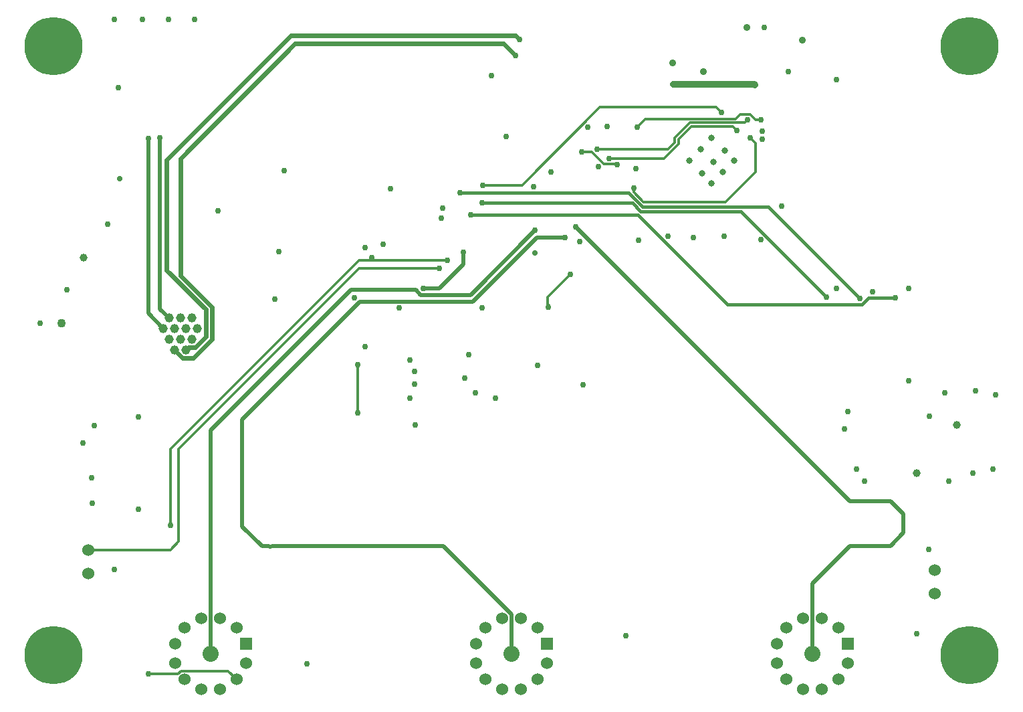
<source format=gbl>
G75*
%MOIN*%
%OFA0B0*%
%FSLAX25Y25*%
%IPPOS*%
%LPD*%
%AMOC8*
5,1,8,0,0,1.08239X$1,22.5*
%
%ADD10C,0.03300*%
%ADD11C,0.06000*%
%ADD12R,0.06000X0.06000*%
%ADD13C,0.08000*%
%ADD14C,0.04559*%
%ADD15C,0.06024*%
%ADD16C,0.02978*%
%ADD17C,0.29000*%
%ADD18C,0.03962*%
%ADD19C,0.02781*%
%ADD20C,0.03569*%
%ADD21C,0.04356*%
%ADD22C,0.01200*%
%ADD23C,0.01600*%
%ADD24C,0.02000*%
%ADD25C,0.03200*%
%ADD26C,0.02400*%
D10*
X0520590Y0369922D03*
X0515640Y0374872D03*
X0521297Y0380529D03*
X0526247Y0375579D03*
X0531904Y0381236D03*
X0526954Y0386186D03*
X0520590Y0392550D03*
X0514933Y0386893D03*
X0509276Y0381236D03*
D11*
X0566018Y0153302D03*
X0575490Y0153302D03*
X0583694Y0148566D03*
X0588430Y0130890D03*
X0583694Y0122686D03*
X0575490Y0117946D03*
X0566018Y0117946D03*
X0557814Y0122686D03*
X0553074Y0130890D03*
X0553078Y0140362D03*
X0557814Y0148566D03*
X0438430Y0130890D03*
X0433694Y0122686D03*
X0425490Y0117946D03*
X0416018Y0117946D03*
X0407814Y0122686D03*
X0403074Y0130890D03*
X0403078Y0140362D03*
X0407814Y0148566D03*
X0416018Y0153302D03*
X0425490Y0153302D03*
X0433694Y0148566D03*
X0288430Y0130890D03*
X0283694Y0122686D03*
X0275490Y0117946D03*
X0266018Y0117946D03*
X0257814Y0122686D03*
X0253074Y0130890D03*
X0253078Y0140362D03*
X0257814Y0148566D03*
X0266018Y0153302D03*
X0275490Y0153302D03*
X0283694Y0148566D03*
D12*
X0288430Y0140362D03*
X0438430Y0140362D03*
X0588430Y0140362D03*
D13*
X0570754Y0135626D03*
X0420754Y0135626D03*
X0270754Y0135626D03*
D14*
X0258588Y0286882D03*
X0252919Y0286882D03*
X0250085Y0292197D03*
X0255754Y0292197D03*
X0261423Y0292197D03*
X0258588Y0297512D03*
X0252919Y0297512D03*
X0247250Y0297512D03*
X0250085Y0302827D03*
X0255754Y0302827D03*
X0261423Y0302827D03*
X0264258Y0297512D03*
D15*
X0209856Y0187264D03*
X0209856Y0175453D03*
X0631840Y0177264D03*
X0631840Y0165453D03*
D16*
X0622848Y0145358D03*
X0628848Y0187358D03*
X0638848Y0221358D03*
X0650848Y0225358D03*
X0660848Y0227358D03*
X0629182Y0253798D03*
X0636848Y0265358D03*
X0651966Y0266413D03*
X0662009Y0264620D03*
X0618848Y0271358D03*
X0588581Y0256177D03*
X0586848Y0247358D03*
X0592848Y0227358D03*
X0596848Y0221358D03*
X0477691Y0144466D03*
X0318785Y0130587D03*
X0239848Y0125358D03*
X0222848Y0177358D03*
X0250848Y0199358D03*
X0234848Y0207358D03*
X0211699Y0210508D03*
X0211305Y0223106D03*
X0206974Y0240429D03*
X0212705Y0249291D03*
X0234848Y0253358D03*
X0185714Y0300272D03*
X0199100Y0316807D03*
X0219573Y0349484D03*
X0274297Y0356177D03*
X0304612Y0335705D03*
X0302644Y0312083D03*
X0342585Y0312692D03*
X0364848Y0307813D03*
X0376848Y0317358D03*
X0384848Y0327358D03*
X0388848Y0331358D03*
X0396848Y0335358D03*
X0385714Y0352634D03*
X0386502Y0357358D03*
X0395163Y0365232D03*
X0406263Y0368884D03*
X0406187Y0360114D03*
X0400281Y0354209D03*
X0432565Y0346335D03*
X0447525Y0342791D03*
X0454612Y0340823D03*
X0452644Y0348303D03*
X0431818Y0368121D03*
X0440383Y0375584D03*
X0455771Y0385576D03*
X0463403Y0386764D03*
X0469463Y0382284D03*
X0473313Y0379012D03*
X0463982Y0378303D03*
X0482763Y0377164D03*
X0481643Y0367623D03*
X0498707Y0343579D03*
X0511305Y0342791D03*
X0526659Y0343579D03*
X0545089Y0341930D03*
X0555448Y0358458D03*
X0545917Y0391867D03*
X0545757Y0395787D03*
X0545237Y0401547D03*
X0538537Y0401547D03*
X0533187Y0396297D03*
X0539757Y0392407D03*
X0525437Y0405147D03*
X0542117Y0418879D03*
X0558848Y0425358D03*
X0582848Y0421358D03*
X0546738Y0447516D03*
X0501462Y0419169D03*
X0483563Y0397984D03*
X0468392Y0398157D03*
X0458876Y0397977D03*
X0417998Y0393185D03*
X0410848Y0423358D03*
X0422848Y0433358D03*
X0424848Y0441358D03*
X0360518Y0367201D03*
X0356848Y0339358D03*
X0351069Y0332949D03*
X0347919Y0337673D03*
X0307368Y0376052D03*
X0245588Y0392337D03*
X0239622Y0392219D03*
X0224848Y0417358D03*
X0222848Y0451358D03*
X0236848Y0451358D03*
X0249848Y0451358D03*
X0262848Y0451358D03*
X0450013Y0324484D03*
X0439003Y0308204D03*
X0405963Y0307964D03*
X0399494Y0284524D03*
X0397525Y0272713D03*
X0402848Y0265358D03*
X0412763Y0262764D03*
X0433903Y0279024D03*
X0456581Y0269563D03*
X0372360Y0269925D03*
X0372414Y0276154D03*
X0369963Y0281804D03*
X0347919Y0288461D03*
X0343982Y0279406D03*
X0370008Y0262947D03*
X0372848Y0249358D03*
X0343982Y0255390D03*
X0484140Y0341610D03*
X0577840Y0313264D03*
X0582848Y0317358D03*
X0594376Y0312476D03*
X0600848Y0315759D03*
X0612092Y0312870D03*
X0618848Y0317358D03*
D17*
X0192407Y0134917D03*
X0649100Y0134917D03*
X0649100Y0438067D03*
X0192407Y0438067D03*
D18*
X0207368Y0332949D03*
X0622848Y0225358D03*
X0642848Y0249358D03*
D19*
X0432565Y0335311D03*
X0225431Y0372319D03*
D20*
X0501069Y0429799D03*
X0516423Y0425469D03*
X0538077Y0447516D03*
X0565636Y0441217D03*
D21*
X0196344Y0300272D03*
D22*
X0250848Y0237358D02*
X0344848Y0331358D01*
X0388848Y0331358D01*
X0384848Y0327358D02*
X0344848Y0327358D01*
X0254848Y0237358D01*
X0254848Y0191358D01*
X0250754Y0187264D01*
X0209856Y0187264D01*
X0250848Y0199358D02*
X0250848Y0237358D01*
X0343982Y0255390D02*
X0343982Y0279406D01*
X0439003Y0308204D02*
X0439003Y0309404D01*
X0438603Y0309804D01*
X0438603Y0313074D01*
X0450013Y0324484D01*
X0486502Y0360508D02*
X0481643Y0365366D01*
X0481643Y0367623D01*
X0486502Y0360508D02*
X0527447Y0360508D01*
X0542407Y0375469D01*
X0542407Y0389757D01*
X0539757Y0392407D01*
X0533187Y0396297D02*
X0531248Y0398236D01*
X0510372Y0398236D01*
X0503987Y0391852D01*
X0503987Y0389580D01*
X0496692Y0382284D01*
X0469463Y0382284D01*
X0466769Y0379595D02*
X0472729Y0379595D01*
X0473313Y0379012D01*
X0466769Y0379595D02*
X0460788Y0385576D01*
X0455771Y0385576D01*
X0463403Y0386764D02*
X0463504Y0386865D01*
X0498727Y0386865D01*
X0502187Y0390325D01*
X0502187Y0392597D01*
X0509626Y0400036D01*
X0537026Y0400036D01*
X0538537Y0401547D01*
X0539651Y0404236D02*
X0534778Y0404236D01*
X0532378Y0401836D01*
X0487415Y0401836D01*
X0483563Y0397984D01*
X0464848Y0407752D02*
X0522833Y0407752D01*
X0525437Y0405147D01*
X0539651Y0404236D02*
X0542340Y0401547D01*
X0545237Y0401547D01*
X0464848Y0407752D02*
X0425981Y0368884D01*
X0406263Y0368884D01*
X0279494Y0126886D02*
X0256074Y0126886D01*
X0254546Y0125358D01*
X0239848Y0125358D01*
X0279494Y0126886D02*
X0283694Y0122686D01*
D23*
X0483750Y0354209D02*
X0528371Y0309587D01*
X0595573Y0309587D01*
X0598855Y0312870D01*
X0612092Y0312870D01*
X0594376Y0312476D02*
X0548738Y0358114D01*
X0486067Y0358114D01*
X0478949Y0365232D01*
X0395163Y0365232D01*
X0406187Y0360114D02*
X0480956Y0360114D01*
X0485156Y0355914D01*
X0535190Y0355914D01*
X0577840Y0313264D01*
X0483750Y0354209D02*
X0400281Y0354209D01*
D24*
X0396848Y0335358D02*
X0396848Y0329358D01*
X0384848Y0317358D01*
X0376848Y0317358D01*
X0375569Y0314269D02*
X0400499Y0314269D01*
X0432565Y0346335D01*
X0433390Y0342791D02*
X0401454Y0310855D01*
X0377762Y0310855D01*
X0377716Y0310902D01*
X0345163Y0310902D01*
X0286502Y0252240D01*
X0286502Y0198824D01*
X0296268Y0189058D01*
X0299907Y0189058D01*
X0300101Y0188894D01*
X0302069Y0189058D01*
X0386767Y0189058D01*
X0420618Y0155207D01*
X0420618Y0135762D01*
X0420754Y0135626D01*
X0570754Y0135626D02*
X0570754Y0170350D01*
X0589462Y0189058D01*
X0609629Y0189058D01*
X0616248Y0195678D01*
X0616248Y0205039D01*
X0609629Y0211658D01*
X0589288Y0211658D01*
X0452644Y0348303D01*
X0447525Y0342791D02*
X0433390Y0342791D01*
X0375569Y0314269D02*
X0373080Y0316758D01*
X0340748Y0316758D01*
X0270754Y0246764D01*
X0270754Y0135626D01*
X0247250Y0297512D02*
X0239622Y0305140D01*
X0239622Y0392219D01*
X0245588Y0392337D02*
X0245588Y0307324D01*
X0250085Y0302827D01*
D25*
X0501462Y0419169D02*
X0541826Y0419169D01*
X0542117Y0418879D01*
D26*
X0424848Y0441358D02*
X0422848Y0443358D01*
X0310848Y0443358D01*
X0308848Y0441358D01*
X0308691Y0441358D01*
X0248707Y0381374D01*
X0248707Y0326650D01*
X0268337Y0307019D01*
X0268337Y0293342D01*
X0263113Y0288117D01*
X0259824Y0288117D01*
X0258588Y0286882D01*
X0254509Y0285292D02*
X0252919Y0286882D01*
X0254509Y0285292D02*
X0254509Y0285192D01*
X0256899Y0282802D01*
X0262041Y0282802D01*
X0271337Y0292099D01*
X0271337Y0308262D01*
X0255754Y0323845D01*
X0255754Y0382264D01*
X0312848Y0439358D01*
X0416848Y0439358D01*
X0422848Y0433358D01*
M02*

</source>
